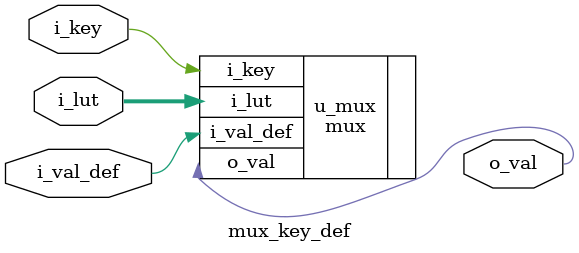
<source format=sv>
/*
 * @Author      : myyerrol
 * @Date        : 2025-02-02 19:04:59
 * @LastEditors : myyerrol
 * @LastEditTime: 2025-02-02 19:21:18
 * @Description : Multiplexer key defines.
 *
 * Copyright (c) 2025 by MEMDSL, All Rights Reserved.
 */

`timescale 1ns / 1ps

module mux_key_def #(
    parameter KEY_NUM   = 2,
    parameter KEY_WIDTH = 1,
    parameter VAL_WIDTH = 1
) (
    input  [KEY_WIDTH                         - 1 : 0] i_key,
    input  [VAL_WIDTH                         - 1 : 0] i_val_def,
    input  [KEY_NUM * (KEY_WIDTH + VAL_WIDTH) - 1 : 0] i_lut,
    output [VAL_WIDTH                         - 1 : 0] o_val
);

    mux #(
        .KEY_NUM  (KEY_NUM),
        .KEY_WIDTH(KEY_WIDTH),
        .VAL_WIDTH(VAL_WIDTH),
        .HAS_DEF  (1)
    ) u_mux(
        .i_key    (i_key),
        .i_val_def(i_val_def),
        .i_lut    (i_lut),
        .o_val    (o_val)
    );

endmodule

</source>
